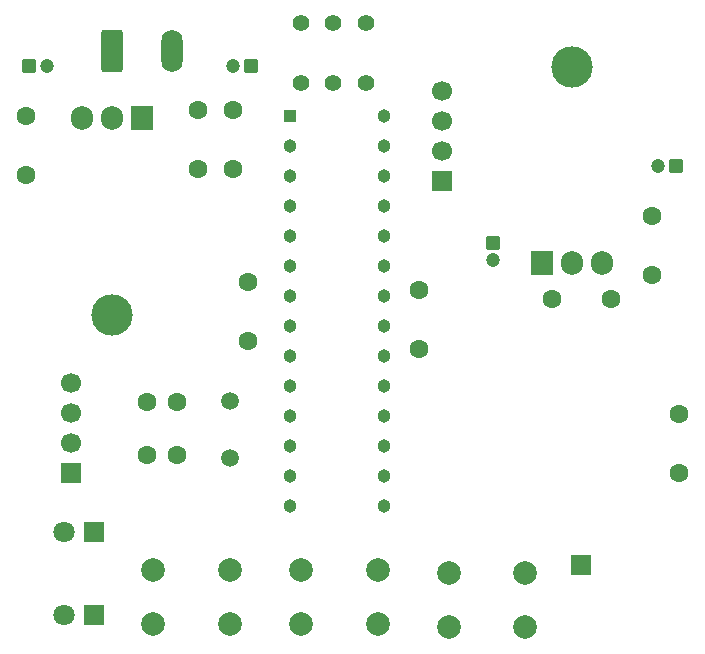
<source format=gbs>
%TF.GenerationSoftware,KiCad,Pcbnew,9.0.5-9.0.5~ubuntu24.04.1*%
%TF.CreationDate,2025-11-05T16:31:42+03:00*%
%TF.ProjectId,Lora-Based pump control circuit,4c6f7261-2d42-4617-9365-642070756d70,1.0*%
%TF.SameCoordinates,Original*%
%TF.FileFunction,Soldermask,Bot*%
%TF.FilePolarity,Negative*%
%FSLAX46Y46*%
G04 Gerber Fmt 4.6, Leading zero omitted, Abs format (unit mm)*
G04 Created by KiCad (PCBNEW 9.0.5-9.0.5~ubuntu24.04.1) date 2025-11-05 16:31:42*
%MOMM*%
%LPD*%
G01*
G04 APERTURE LIST*
G04 Aperture macros list*
%AMRoundRect*
0 Rectangle with rounded corners*
0 $1 Rounding radius*
0 $2 $3 $4 $5 $6 $7 $8 $9 X,Y pos of 4 corners*
0 Add a 4 corners polygon primitive as box body*
4,1,4,$2,$3,$4,$5,$6,$7,$8,$9,$2,$3,0*
0 Add four circle primitives for the rounded corners*
1,1,$1+$1,$2,$3*
1,1,$1+$1,$4,$5*
1,1,$1+$1,$6,$7*
1,1,$1+$1,$8,$9*
0 Add four rect primitives between the rounded corners*
20,1,$1+$1,$2,$3,$4,$5,0*
20,1,$1+$1,$4,$5,$6,$7,0*
20,1,$1+$1,$6,$7,$8,$9,0*
20,1,$1+$1,$8,$9,$2,$3,0*%
G04 Aperture macros list end*
%ADD10C,1.600000*%
%ADD11RoundRect,0.250000X0.350000X0.350000X-0.350000X0.350000X-0.350000X-0.350000X0.350000X-0.350000X0*%
%ADD12C,1.200000*%
%ADD13C,2.000000*%
%ADD14C,1.400000*%
%ADD15R,1.700000X1.700000*%
%ADD16C,1.700000*%
%ADD17RoundRect,0.250000X-0.650000X-1.550000X0.650000X-1.550000X0.650000X1.550000X-0.650000X1.550000X0*%
%ADD18O,1.800000X3.600000*%
%ADD19C,1.500000*%
%ADD20C,3.500000*%
%ADD21R,1.905000X2.000000*%
%ADD22O,1.905000X2.000000*%
%ADD23RoundRect,0.250000X-0.350000X-0.350000X0.350000X-0.350000X0.350000X0.350000X-0.350000X0.350000X0*%
%ADD24R,1.800000X1.800000*%
%ADD25C,1.800000*%
%ADD26RoundRect,0.250000X-0.350000X0.350000X-0.350000X-0.350000X0.350000X-0.350000X0.350000X0.350000X0*%
%ADD27R,1.133000X1.133000*%
%ADD28C,1.133000*%
G04 APERTURE END LIST*
D10*
%TO.C,C2*%
X127000000Y-101250000D03*
X124500000Y-101250000D03*
%TD*%
%TO.C,C12*%
X167250000Y-81000000D03*
X167250000Y-86000000D03*
%TD*%
D11*
%TO.C,C10*%
X133250000Y-68250000D03*
D12*
X131750000Y-68250000D03*
%TD*%
D13*
%TO.C,SW3*%
X137500000Y-111000000D03*
X144000000Y-111000000D03*
X137500000Y-115500000D03*
X144000000Y-115500000D03*
%TD*%
D10*
%TO.C,C3*%
X133000000Y-86570000D03*
X133000000Y-91570000D03*
%TD*%
D14*
%TO.C,R2*%
X140250000Y-69750000D03*
X140250000Y-64670000D03*
%TD*%
D10*
%TO.C,C1*%
X127000000Y-96750000D03*
X124500000Y-96750000D03*
%TD*%
D15*
%TO.C,J1*%
X118000000Y-102750000D03*
D16*
X118000000Y-100210000D03*
X118000000Y-97670000D03*
X118000000Y-95130000D03*
%TD*%
D14*
%TO.C,R1*%
X137500000Y-64670000D03*
X137500000Y-69750000D03*
%TD*%
%TO.C,R3*%
X143000000Y-69750000D03*
X143000000Y-64670000D03*
%TD*%
D10*
%TO.C,C6*%
X131750000Y-77000000D03*
X131750000Y-72000000D03*
%TD*%
D15*
%TO.C,J3*%
X149450000Y-78050000D03*
D16*
X149450000Y-75510000D03*
X149450000Y-72970000D03*
X149450000Y-70430000D03*
%TD*%
D17*
%TO.C,J2*%
X121500000Y-67000000D03*
D18*
X126580000Y-67000000D03*
%TD*%
D13*
%TO.C,SW2*%
X150000000Y-111250000D03*
X156500000Y-111250000D03*
X150000000Y-115750000D03*
X156500000Y-115750000D03*
%TD*%
D19*
%TO.C,Y1*%
X131500000Y-101500000D03*
X131500000Y-96620000D03*
%TD*%
D20*
%TO.C,U3*%
X121500000Y-89360000D03*
D21*
X124040000Y-72700000D03*
D22*
X121500000Y-72700000D03*
X118960000Y-72700000D03*
%TD*%
D23*
%TO.C,C11*%
X114500000Y-68250000D03*
D12*
X116000000Y-68250000D03*
%TD*%
D24*
%TO.C,D2*%
X120000000Y-114750000D03*
D25*
X117460000Y-114750000D03*
%TD*%
D15*
%TO.C,J5*%
X161250000Y-110500000D03*
%TD*%
D10*
%TO.C,C13*%
X158750000Y-88000000D03*
X163750000Y-88000000D03*
%TD*%
D20*
%TO.C,U2*%
X160460000Y-68340000D03*
D21*
X157920000Y-85000000D03*
D22*
X160460000Y-85000000D03*
X163000000Y-85000000D03*
%TD*%
D24*
%TO.C,D1*%
X120000000Y-107750000D03*
D25*
X117460000Y-107750000D03*
%TD*%
D10*
%TO.C,C9*%
X128750000Y-77000000D03*
X128750000Y-72000000D03*
%TD*%
%TO.C,C5*%
X114250000Y-77500000D03*
X114250000Y-72500000D03*
%TD*%
D11*
%TO.C,C7*%
X169250000Y-76750000D03*
D12*
X167750000Y-76750000D03*
%TD*%
D13*
%TO.C,SW1*%
X125000000Y-111000000D03*
X131500000Y-111000000D03*
X125000000Y-115500000D03*
X131500000Y-115500000D03*
%TD*%
D26*
%TO.C,C8*%
X153750000Y-83250000D03*
D12*
X153750000Y-84750000D03*
%TD*%
D27*
%TO.C,IC1*%
X136562000Y-72560000D03*
D28*
X136562000Y-75100000D03*
X136562000Y-77640000D03*
X136562000Y-80180000D03*
X136562000Y-82720000D03*
X136562000Y-85260000D03*
X136562000Y-87800000D03*
X136562000Y-90340000D03*
X136562000Y-92880000D03*
X136562000Y-95420000D03*
X136562000Y-97960000D03*
X136562000Y-100500000D03*
X136562000Y-103040000D03*
X136562000Y-105580000D03*
X144500000Y-105580000D03*
X144500000Y-103040000D03*
X144500000Y-100500000D03*
X144500000Y-97960000D03*
X144500000Y-95420000D03*
X144500000Y-92880000D03*
X144500000Y-90340000D03*
X144500000Y-87800000D03*
X144500000Y-85260000D03*
X144500000Y-82720000D03*
X144500000Y-80180000D03*
X144500000Y-77640000D03*
X144500000Y-75100000D03*
X144500000Y-72560000D03*
%TD*%
D10*
%TO.C,C14*%
X169550000Y-102750000D03*
X169550000Y-97750000D03*
%TD*%
%TO.C,C4*%
X147500000Y-92250000D03*
X147500000Y-87250000D03*
%TD*%
M02*

</source>
